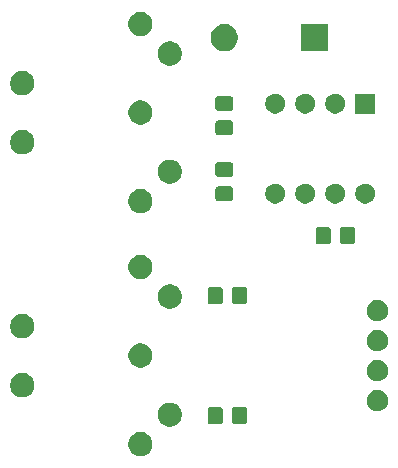
<source format=gbr>
G04 #@! TF.GenerationSoftware,KiCad,Pcbnew,5.1.5-52549c5~84~ubuntu18.04.1*
G04 #@! TF.CreationDate,2020-03-03T16:32:57-05:00*
G04 #@! TF.ProjectId,midi_io,6d696469-5f69-46f2-9e6b-696361645f70,1*
G04 #@! TF.SameCoordinates,Original*
G04 #@! TF.FileFunction,Soldermask,Top*
G04 #@! TF.FilePolarity,Negative*
%FSLAX46Y46*%
G04 Gerber Fmt 4.6, Leading zero omitted, Abs format (unit mm)*
G04 Created by KiCad (PCBNEW 5.1.5-52549c5~84~ubuntu18.04.1) date 2020-03-03 16:32:57*
%MOMM*%
%LPD*%
G04 APERTURE LIST*
%ADD10C,0.100000*%
G04 APERTURE END LIST*
D10*
G36*
X144571215Y-116876621D02*
G01*
X144757899Y-116953948D01*
X144925911Y-117066210D01*
X145068790Y-117209089D01*
X145181052Y-117377101D01*
X145258379Y-117563785D01*
X145297800Y-117761967D01*
X145297800Y-117964033D01*
X145258379Y-118162215D01*
X145181052Y-118348899D01*
X145068790Y-118516911D01*
X144925911Y-118659790D01*
X144757899Y-118772052D01*
X144571215Y-118849379D01*
X144373033Y-118888800D01*
X144170967Y-118888800D01*
X143972785Y-118849379D01*
X143786101Y-118772052D01*
X143618089Y-118659790D01*
X143475210Y-118516911D01*
X143362948Y-118348899D01*
X143285621Y-118162215D01*
X143246200Y-117964033D01*
X143246200Y-117761967D01*
X143285621Y-117563785D01*
X143362948Y-117377101D01*
X143475210Y-117209089D01*
X143618089Y-117066210D01*
X143786101Y-116953948D01*
X143972785Y-116876621D01*
X144170967Y-116837200D01*
X144373033Y-116837200D01*
X144571215Y-116876621D01*
G37*
G36*
X147071215Y-114376621D02*
G01*
X147257899Y-114453948D01*
X147425911Y-114566210D01*
X147568790Y-114709089D01*
X147681052Y-114877101D01*
X147758379Y-115063785D01*
X147797800Y-115261967D01*
X147797800Y-115464033D01*
X147758379Y-115662215D01*
X147681052Y-115848899D01*
X147568790Y-116016911D01*
X147425911Y-116159790D01*
X147257899Y-116272052D01*
X147071215Y-116349379D01*
X146873033Y-116388800D01*
X146670967Y-116388800D01*
X146472785Y-116349379D01*
X146286101Y-116272052D01*
X146118089Y-116159790D01*
X145975210Y-116016911D01*
X145862948Y-115848899D01*
X145785621Y-115662215D01*
X145746200Y-115464033D01*
X145746200Y-115261967D01*
X145785621Y-115063785D01*
X145862948Y-114877101D01*
X145975210Y-114709089D01*
X146118089Y-114566210D01*
X146286101Y-114453948D01*
X146472785Y-114376621D01*
X146670967Y-114337200D01*
X146873033Y-114337200D01*
X147071215Y-114376621D01*
G37*
G36*
X151042857Y-114697117D02*
G01*
X151088465Y-114710952D01*
X151130504Y-114733422D01*
X151167344Y-114763656D01*
X151197578Y-114800496D01*
X151220048Y-114842535D01*
X151233883Y-114888143D01*
X151238800Y-114938065D01*
X151238800Y-115947935D01*
X151233883Y-115997857D01*
X151220048Y-116043465D01*
X151197578Y-116085504D01*
X151167344Y-116122344D01*
X151130504Y-116152578D01*
X151088465Y-116175048D01*
X151042857Y-116188883D01*
X150992935Y-116193800D01*
X150233065Y-116193800D01*
X150183143Y-116188883D01*
X150137535Y-116175048D01*
X150095496Y-116152578D01*
X150058656Y-116122344D01*
X150028422Y-116085504D01*
X150005952Y-116043465D01*
X149992117Y-115997857D01*
X149987200Y-115947935D01*
X149987200Y-114938065D01*
X149992117Y-114888143D01*
X150005952Y-114842535D01*
X150028422Y-114800496D01*
X150058656Y-114763656D01*
X150095496Y-114733422D01*
X150137535Y-114710952D01*
X150183143Y-114697117D01*
X150233065Y-114692200D01*
X150992935Y-114692200D01*
X151042857Y-114697117D01*
G37*
G36*
X153092857Y-114697117D02*
G01*
X153138465Y-114710952D01*
X153180504Y-114733422D01*
X153217344Y-114763656D01*
X153247578Y-114800496D01*
X153270048Y-114842535D01*
X153283883Y-114888143D01*
X153288800Y-114938065D01*
X153288800Y-115947935D01*
X153283883Y-115997857D01*
X153270048Y-116043465D01*
X153247578Y-116085504D01*
X153217344Y-116122344D01*
X153180504Y-116152578D01*
X153138465Y-116175048D01*
X153092857Y-116188883D01*
X153042935Y-116193800D01*
X152283065Y-116193800D01*
X152233143Y-116188883D01*
X152187535Y-116175048D01*
X152145496Y-116152578D01*
X152108656Y-116122344D01*
X152078422Y-116085504D01*
X152055952Y-116043465D01*
X152042117Y-115997857D01*
X152037200Y-115947935D01*
X152037200Y-114938065D01*
X152042117Y-114888143D01*
X152055952Y-114842535D01*
X152078422Y-114800496D01*
X152108656Y-114763656D01*
X152145496Y-114733422D01*
X152187535Y-114710952D01*
X152233143Y-114697117D01*
X152283065Y-114692200D01*
X153042935Y-114692200D01*
X153092857Y-114697117D01*
G37*
G36*
X164600754Y-113306817D02*
G01*
X164764689Y-113374721D01*
X164912227Y-113473303D01*
X165037697Y-113598773D01*
X165136279Y-113746311D01*
X165204183Y-113910246D01*
X165238800Y-114084279D01*
X165238800Y-114261721D01*
X165204183Y-114435754D01*
X165136279Y-114599689D01*
X165037697Y-114747227D01*
X164912227Y-114872697D01*
X164764689Y-114971279D01*
X164600754Y-115039183D01*
X164426721Y-115073800D01*
X164249279Y-115073800D01*
X164075246Y-115039183D01*
X163911311Y-114971279D01*
X163763773Y-114872697D01*
X163638303Y-114747227D01*
X163539721Y-114599689D01*
X163471817Y-114435754D01*
X163437200Y-114261721D01*
X163437200Y-114084279D01*
X163471817Y-113910246D01*
X163539721Y-113746311D01*
X163638303Y-113598773D01*
X163763773Y-113473303D01*
X163911311Y-113374721D01*
X164075246Y-113306817D01*
X164249279Y-113272200D01*
X164426721Y-113272200D01*
X164600754Y-113306817D01*
G37*
G36*
X134571215Y-111876621D02*
G01*
X134757899Y-111953948D01*
X134925911Y-112066210D01*
X135068790Y-112209089D01*
X135181052Y-112377101D01*
X135258379Y-112563785D01*
X135297800Y-112761967D01*
X135297800Y-112964033D01*
X135258379Y-113162215D01*
X135181052Y-113348899D01*
X135068790Y-113516911D01*
X134925911Y-113659790D01*
X134757899Y-113772052D01*
X134571215Y-113849379D01*
X134373033Y-113888800D01*
X134170967Y-113888800D01*
X133972785Y-113849379D01*
X133786101Y-113772052D01*
X133618089Y-113659790D01*
X133475210Y-113516911D01*
X133362948Y-113348899D01*
X133285621Y-113162215D01*
X133246200Y-112964033D01*
X133246200Y-112761967D01*
X133285621Y-112563785D01*
X133362948Y-112377101D01*
X133475210Y-112209089D01*
X133618089Y-112066210D01*
X133786101Y-111953948D01*
X133972785Y-111876621D01*
X134170967Y-111837200D01*
X134373033Y-111837200D01*
X134571215Y-111876621D01*
G37*
G36*
X164600754Y-110766817D02*
G01*
X164764689Y-110834721D01*
X164912227Y-110933303D01*
X165037697Y-111058773D01*
X165136279Y-111206311D01*
X165204183Y-111370246D01*
X165238800Y-111544279D01*
X165238800Y-111721721D01*
X165204183Y-111895754D01*
X165136279Y-112059689D01*
X165037697Y-112207227D01*
X164912227Y-112332697D01*
X164764689Y-112431279D01*
X164600754Y-112499183D01*
X164426721Y-112533800D01*
X164249279Y-112533800D01*
X164075246Y-112499183D01*
X163911311Y-112431279D01*
X163763773Y-112332697D01*
X163638303Y-112207227D01*
X163539721Y-112059689D01*
X163471817Y-111895754D01*
X163437200Y-111721721D01*
X163437200Y-111544279D01*
X163471817Y-111370246D01*
X163539721Y-111206311D01*
X163638303Y-111058773D01*
X163763773Y-110933303D01*
X163911311Y-110834721D01*
X164075246Y-110766817D01*
X164249279Y-110732200D01*
X164426721Y-110732200D01*
X164600754Y-110766817D01*
G37*
G36*
X144571215Y-109376621D02*
G01*
X144757899Y-109453948D01*
X144925911Y-109566210D01*
X145068790Y-109709089D01*
X145181052Y-109877101D01*
X145258379Y-110063785D01*
X145297800Y-110261967D01*
X145297800Y-110464033D01*
X145258379Y-110662215D01*
X145181052Y-110848899D01*
X145068790Y-111016911D01*
X144925911Y-111159790D01*
X144757899Y-111272052D01*
X144571215Y-111349379D01*
X144373033Y-111388800D01*
X144170967Y-111388800D01*
X143972785Y-111349379D01*
X143786101Y-111272052D01*
X143618089Y-111159790D01*
X143475210Y-111016911D01*
X143362948Y-110848899D01*
X143285621Y-110662215D01*
X143246200Y-110464033D01*
X143246200Y-110261967D01*
X143285621Y-110063785D01*
X143362948Y-109877101D01*
X143475210Y-109709089D01*
X143618089Y-109566210D01*
X143786101Y-109453948D01*
X143972785Y-109376621D01*
X144170967Y-109337200D01*
X144373033Y-109337200D01*
X144571215Y-109376621D01*
G37*
G36*
X164600754Y-108226817D02*
G01*
X164764689Y-108294721D01*
X164912227Y-108393303D01*
X165037697Y-108518773D01*
X165136279Y-108666311D01*
X165204183Y-108830246D01*
X165238800Y-109004279D01*
X165238800Y-109181721D01*
X165204183Y-109355754D01*
X165136279Y-109519689D01*
X165037697Y-109667227D01*
X164912227Y-109792697D01*
X164764689Y-109891279D01*
X164600754Y-109959183D01*
X164426721Y-109993800D01*
X164249279Y-109993800D01*
X164075246Y-109959183D01*
X163911311Y-109891279D01*
X163763773Y-109792697D01*
X163638303Y-109667227D01*
X163539721Y-109519689D01*
X163471817Y-109355754D01*
X163437200Y-109181721D01*
X163437200Y-109004279D01*
X163471817Y-108830246D01*
X163539721Y-108666311D01*
X163638303Y-108518773D01*
X163763773Y-108393303D01*
X163911311Y-108294721D01*
X164075246Y-108226817D01*
X164249279Y-108192200D01*
X164426721Y-108192200D01*
X164600754Y-108226817D01*
G37*
G36*
X134571215Y-106876621D02*
G01*
X134757899Y-106953948D01*
X134925911Y-107066210D01*
X135068790Y-107209089D01*
X135181052Y-107377101D01*
X135258379Y-107563785D01*
X135297800Y-107761967D01*
X135297800Y-107964033D01*
X135258379Y-108162215D01*
X135181052Y-108348899D01*
X135068790Y-108516911D01*
X134925911Y-108659790D01*
X134757899Y-108772052D01*
X134571215Y-108849379D01*
X134373033Y-108888800D01*
X134170967Y-108888800D01*
X133972785Y-108849379D01*
X133786101Y-108772052D01*
X133618089Y-108659790D01*
X133475210Y-108516911D01*
X133362948Y-108348899D01*
X133285621Y-108162215D01*
X133246200Y-107964033D01*
X133246200Y-107761967D01*
X133285621Y-107563785D01*
X133362948Y-107377101D01*
X133475210Y-107209089D01*
X133618089Y-107066210D01*
X133786101Y-106953948D01*
X133972785Y-106876621D01*
X134170967Y-106837200D01*
X134373033Y-106837200D01*
X134571215Y-106876621D01*
G37*
G36*
X164600754Y-105686817D02*
G01*
X164764689Y-105754721D01*
X164912227Y-105853303D01*
X165037697Y-105978773D01*
X165136279Y-106126311D01*
X165204183Y-106290246D01*
X165238800Y-106464279D01*
X165238800Y-106641721D01*
X165204183Y-106815754D01*
X165136279Y-106979689D01*
X165037697Y-107127227D01*
X164912227Y-107252697D01*
X164764689Y-107351279D01*
X164600754Y-107419183D01*
X164426721Y-107453800D01*
X164249279Y-107453800D01*
X164075246Y-107419183D01*
X163911311Y-107351279D01*
X163763773Y-107252697D01*
X163638303Y-107127227D01*
X163539721Y-106979689D01*
X163471817Y-106815754D01*
X163437200Y-106641721D01*
X163437200Y-106464279D01*
X163471817Y-106290246D01*
X163539721Y-106126311D01*
X163638303Y-105978773D01*
X163763773Y-105853303D01*
X163911311Y-105754721D01*
X164075246Y-105686817D01*
X164249279Y-105652200D01*
X164426721Y-105652200D01*
X164600754Y-105686817D01*
G37*
G36*
X147071215Y-104376621D02*
G01*
X147257899Y-104453948D01*
X147425911Y-104566210D01*
X147568790Y-104709089D01*
X147681052Y-104877101D01*
X147758379Y-105063785D01*
X147797800Y-105261967D01*
X147797800Y-105464033D01*
X147758379Y-105662215D01*
X147681052Y-105848899D01*
X147568790Y-106016911D01*
X147425911Y-106159790D01*
X147257899Y-106272052D01*
X147071215Y-106349379D01*
X146873033Y-106388800D01*
X146670967Y-106388800D01*
X146472785Y-106349379D01*
X146286101Y-106272052D01*
X146118089Y-106159790D01*
X145975210Y-106016911D01*
X145862948Y-105848899D01*
X145785621Y-105662215D01*
X145746200Y-105464033D01*
X145746200Y-105261967D01*
X145785621Y-105063785D01*
X145862948Y-104877101D01*
X145975210Y-104709089D01*
X146118089Y-104566210D01*
X146286101Y-104453948D01*
X146472785Y-104376621D01*
X146670967Y-104337200D01*
X146873033Y-104337200D01*
X147071215Y-104376621D01*
G37*
G36*
X153092857Y-104537117D02*
G01*
X153138465Y-104550952D01*
X153180504Y-104573422D01*
X153217344Y-104603656D01*
X153247578Y-104640496D01*
X153270048Y-104682535D01*
X153283883Y-104728143D01*
X153288800Y-104778065D01*
X153288800Y-105787935D01*
X153283883Y-105837857D01*
X153270048Y-105883465D01*
X153247578Y-105925504D01*
X153217344Y-105962344D01*
X153180504Y-105992578D01*
X153138465Y-106015048D01*
X153092857Y-106028883D01*
X153042935Y-106033800D01*
X152283065Y-106033800D01*
X152233143Y-106028883D01*
X152187535Y-106015048D01*
X152145496Y-105992578D01*
X152108656Y-105962344D01*
X152078422Y-105925504D01*
X152055952Y-105883465D01*
X152042117Y-105837857D01*
X152037200Y-105787935D01*
X152037200Y-104778065D01*
X152042117Y-104728143D01*
X152055952Y-104682535D01*
X152078422Y-104640496D01*
X152108656Y-104603656D01*
X152145496Y-104573422D01*
X152187535Y-104550952D01*
X152233143Y-104537117D01*
X152283065Y-104532200D01*
X153042935Y-104532200D01*
X153092857Y-104537117D01*
G37*
G36*
X151042857Y-104537117D02*
G01*
X151088465Y-104550952D01*
X151130504Y-104573422D01*
X151167344Y-104603656D01*
X151197578Y-104640496D01*
X151220048Y-104682535D01*
X151233883Y-104728143D01*
X151238800Y-104778065D01*
X151238800Y-105787935D01*
X151233883Y-105837857D01*
X151220048Y-105883465D01*
X151197578Y-105925504D01*
X151167344Y-105962344D01*
X151130504Y-105992578D01*
X151088465Y-106015048D01*
X151042857Y-106028883D01*
X150992935Y-106033800D01*
X150233065Y-106033800D01*
X150183143Y-106028883D01*
X150137535Y-106015048D01*
X150095496Y-105992578D01*
X150058656Y-105962344D01*
X150028422Y-105925504D01*
X150005952Y-105883465D01*
X149992117Y-105837857D01*
X149987200Y-105787935D01*
X149987200Y-104778065D01*
X149992117Y-104728143D01*
X150005952Y-104682535D01*
X150028422Y-104640496D01*
X150058656Y-104603656D01*
X150095496Y-104573422D01*
X150137535Y-104550952D01*
X150183143Y-104537117D01*
X150233065Y-104532200D01*
X150992935Y-104532200D01*
X151042857Y-104537117D01*
G37*
G36*
X144571215Y-101876621D02*
G01*
X144757899Y-101953948D01*
X144925911Y-102066210D01*
X145068790Y-102209089D01*
X145181052Y-102377101D01*
X145258379Y-102563785D01*
X145297800Y-102761967D01*
X145297800Y-102964033D01*
X145258379Y-103162215D01*
X145181052Y-103348899D01*
X145068790Y-103516911D01*
X144925911Y-103659790D01*
X144757899Y-103772052D01*
X144571215Y-103849379D01*
X144373033Y-103888800D01*
X144170967Y-103888800D01*
X143972785Y-103849379D01*
X143786101Y-103772052D01*
X143618089Y-103659790D01*
X143475210Y-103516911D01*
X143362948Y-103348899D01*
X143285621Y-103162215D01*
X143246200Y-102964033D01*
X143246200Y-102761967D01*
X143285621Y-102563785D01*
X143362948Y-102377101D01*
X143475210Y-102209089D01*
X143618089Y-102066210D01*
X143786101Y-101953948D01*
X143972785Y-101876621D01*
X144170967Y-101837200D01*
X144373033Y-101837200D01*
X144571215Y-101876621D01*
G37*
G36*
X160186857Y-99457117D02*
G01*
X160232465Y-99470952D01*
X160274504Y-99493422D01*
X160311344Y-99523656D01*
X160341578Y-99560496D01*
X160364048Y-99602535D01*
X160377883Y-99648143D01*
X160382800Y-99698065D01*
X160382800Y-100707935D01*
X160377883Y-100757857D01*
X160364048Y-100803465D01*
X160341578Y-100845504D01*
X160311344Y-100882344D01*
X160274504Y-100912578D01*
X160232465Y-100935048D01*
X160186857Y-100948883D01*
X160136935Y-100953800D01*
X159377065Y-100953800D01*
X159327143Y-100948883D01*
X159281535Y-100935048D01*
X159239496Y-100912578D01*
X159202656Y-100882344D01*
X159172422Y-100845504D01*
X159149952Y-100803465D01*
X159136117Y-100757857D01*
X159131200Y-100707935D01*
X159131200Y-99698065D01*
X159136117Y-99648143D01*
X159149952Y-99602535D01*
X159172422Y-99560496D01*
X159202656Y-99523656D01*
X159239496Y-99493422D01*
X159281535Y-99470952D01*
X159327143Y-99457117D01*
X159377065Y-99452200D01*
X160136935Y-99452200D01*
X160186857Y-99457117D01*
G37*
G36*
X162236857Y-99457117D02*
G01*
X162282465Y-99470952D01*
X162324504Y-99493422D01*
X162361344Y-99523656D01*
X162391578Y-99560496D01*
X162414048Y-99602535D01*
X162427883Y-99648143D01*
X162432800Y-99698065D01*
X162432800Y-100707935D01*
X162427883Y-100757857D01*
X162414048Y-100803465D01*
X162391578Y-100845504D01*
X162361344Y-100882344D01*
X162324504Y-100912578D01*
X162282465Y-100935048D01*
X162236857Y-100948883D01*
X162186935Y-100953800D01*
X161427065Y-100953800D01*
X161377143Y-100948883D01*
X161331535Y-100935048D01*
X161289496Y-100912578D01*
X161252656Y-100882344D01*
X161222422Y-100845504D01*
X161199952Y-100803465D01*
X161186117Y-100757857D01*
X161181200Y-100707935D01*
X161181200Y-99698065D01*
X161186117Y-99648143D01*
X161199952Y-99602535D01*
X161222422Y-99560496D01*
X161252656Y-99523656D01*
X161289496Y-99493422D01*
X161331535Y-99470952D01*
X161377143Y-99457117D01*
X161427065Y-99452200D01*
X162186935Y-99452200D01*
X162236857Y-99457117D01*
G37*
G36*
X144571215Y-96302621D02*
G01*
X144757899Y-96379948D01*
X144925911Y-96492210D01*
X145068790Y-96635089D01*
X145181052Y-96803101D01*
X145258379Y-96989785D01*
X145297800Y-97187967D01*
X145297800Y-97390033D01*
X145258379Y-97588215D01*
X145181052Y-97774899D01*
X145068790Y-97942911D01*
X144925911Y-98085790D01*
X144757899Y-98198052D01*
X144571215Y-98275379D01*
X144373033Y-98314800D01*
X144170967Y-98314800D01*
X143972785Y-98275379D01*
X143786101Y-98198052D01*
X143618089Y-98085790D01*
X143475210Y-97942911D01*
X143362948Y-97774899D01*
X143285621Y-97588215D01*
X143246200Y-97390033D01*
X143246200Y-97187967D01*
X143285621Y-96989785D01*
X143362948Y-96803101D01*
X143475210Y-96635089D01*
X143618089Y-96492210D01*
X143786101Y-96379948D01*
X143972785Y-96302621D01*
X144170967Y-96263200D01*
X144373033Y-96263200D01*
X144571215Y-96302621D01*
G37*
G36*
X158490169Y-95828895D02*
G01*
X158645005Y-95893031D01*
X158784354Y-95986140D01*
X158902860Y-96104646D01*
X158995969Y-96243995D01*
X159060105Y-96398831D01*
X159092800Y-96563203D01*
X159092800Y-96730797D01*
X159060105Y-96895169D01*
X158995969Y-97050005D01*
X158902860Y-97189354D01*
X158784354Y-97307860D01*
X158645005Y-97400969D01*
X158490169Y-97465105D01*
X158325797Y-97497800D01*
X158158203Y-97497800D01*
X157993831Y-97465105D01*
X157838995Y-97400969D01*
X157699646Y-97307860D01*
X157581140Y-97189354D01*
X157488031Y-97050005D01*
X157423895Y-96895169D01*
X157391200Y-96730797D01*
X157391200Y-96563203D01*
X157423895Y-96398831D01*
X157488031Y-96243995D01*
X157581140Y-96104646D01*
X157699646Y-95986140D01*
X157838995Y-95893031D01*
X157993831Y-95828895D01*
X158158203Y-95796200D01*
X158325797Y-95796200D01*
X158490169Y-95828895D01*
G37*
G36*
X163570169Y-95828895D02*
G01*
X163725005Y-95893031D01*
X163864354Y-95986140D01*
X163982860Y-96104646D01*
X164075969Y-96243995D01*
X164140105Y-96398831D01*
X164172800Y-96563203D01*
X164172800Y-96730797D01*
X164140105Y-96895169D01*
X164075969Y-97050005D01*
X163982860Y-97189354D01*
X163864354Y-97307860D01*
X163725005Y-97400969D01*
X163570169Y-97465105D01*
X163405797Y-97497800D01*
X163238203Y-97497800D01*
X163073831Y-97465105D01*
X162918995Y-97400969D01*
X162779646Y-97307860D01*
X162661140Y-97189354D01*
X162568031Y-97050005D01*
X162503895Y-96895169D01*
X162471200Y-96730797D01*
X162471200Y-96563203D01*
X162503895Y-96398831D01*
X162568031Y-96243995D01*
X162661140Y-96104646D01*
X162779646Y-95986140D01*
X162918995Y-95893031D01*
X163073831Y-95828895D01*
X163238203Y-95796200D01*
X163405797Y-95796200D01*
X163570169Y-95828895D01*
G37*
G36*
X155950169Y-95828895D02*
G01*
X156105005Y-95893031D01*
X156244354Y-95986140D01*
X156362860Y-96104646D01*
X156455969Y-96243995D01*
X156520105Y-96398831D01*
X156552800Y-96563203D01*
X156552800Y-96730797D01*
X156520105Y-96895169D01*
X156455969Y-97050005D01*
X156362860Y-97189354D01*
X156244354Y-97307860D01*
X156105005Y-97400969D01*
X155950169Y-97465105D01*
X155785797Y-97497800D01*
X155618203Y-97497800D01*
X155453831Y-97465105D01*
X155298995Y-97400969D01*
X155159646Y-97307860D01*
X155041140Y-97189354D01*
X154948031Y-97050005D01*
X154883895Y-96895169D01*
X154851200Y-96730797D01*
X154851200Y-96563203D01*
X154883895Y-96398831D01*
X154948031Y-96243995D01*
X155041140Y-96104646D01*
X155159646Y-95986140D01*
X155298995Y-95893031D01*
X155453831Y-95828895D01*
X155618203Y-95796200D01*
X155785797Y-95796200D01*
X155950169Y-95828895D01*
G37*
G36*
X161030169Y-95828895D02*
G01*
X161185005Y-95893031D01*
X161324354Y-95986140D01*
X161442860Y-96104646D01*
X161535969Y-96243995D01*
X161600105Y-96398831D01*
X161632800Y-96563203D01*
X161632800Y-96730797D01*
X161600105Y-96895169D01*
X161535969Y-97050005D01*
X161442860Y-97189354D01*
X161324354Y-97307860D01*
X161185005Y-97400969D01*
X161030169Y-97465105D01*
X160865797Y-97497800D01*
X160698203Y-97497800D01*
X160533831Y-97465105D01*
X160378995Y-97400969D01*
X160239646Y-97307860D01*
X160121140Y-97189354D01*
X160028031Y-97050005D01*
X159963895Y-96895169D01*
X159931200Y-96730797D01*
X159931200Y-96563203D01*
X159963895Y-96398831D01*
X160028031Y-96243995D01*
X160121140Y-96104646D01*
X160239646Y-95986140D01*
X160378995Y-95893031D01*
X160533831Y-95828895D01*
X160698203Y-95796200D01*
X160865797Y-95796200D01*
X161030169Y-95828895D01*
G37*
G36*
X151938857Y-96035117D02*
G01*
X151984465Y-96048952D01*
X152026504Y-96071422D01*
X152063344Y-96101656D01*
X152093578Y-96138496D01*
X152116048Y-96180535D01*
X152129883Y-96226143D01*
X152134800Y-96276065D01*
X152134800Y-97035935D01*
X152129883Y-97085857D01*
X152116048Y-97131465D01*
X152093578Y-97173504D01*
X152063344Y-97210344D01*
X152026504Y-97240578D01*
X151984465Y-97263048D01*
X151938857Y-97276883D01*
X151888935Y-97281800D01*
X150879065Y-97281800D01*
X150829143Y-97276883D01*
X150783535Y-97263048D01*
X150741496Y-97240578D01*
X150704656Y-97210344D01*
X150674422Y-97173504D01*
X150651952Y-97131465D01*
X150638117Y-97085857D01*
X150633200Y-97035935D01*
X150633200Y-96276065D01*
X150638117Y-96226143D01*
X150651952Y-96180535D01*
X150674422Y-96138496D01*
X150704656Y-96101656D01*
X150741496Y-96071422D01*
X150783535Y-96048952D01*
X150829143Y-96035117D01*
X150879065Y-96030200D01*
X151888935Y-96030200D01*
X151938857Y-96035117D01*
G37*
G36*
X147071215Y-93802621D02*
G01*
X147257899Y-93879948D01*
X147425911Y-93992210D01*
X147568790Y-94135089D01*
X147681052Y-94303101D01*
X147758379Y-94489785D01*
X147797800Y-94687967D01*
X147797800Y-94890033D01*
X147758379Y-95088215D01*
X147681052Y-95274899D01*
X147568790Y-95442911D01*
X147425911Y-95585790D01*
X147257899Y-95698052D01*
X147071215Y-95775379D01*
X146873033Y-95814800D01*
X146670967Y-95814800D01*
X146472785Y-95775379D01*
X146286101Y-95698052D01*
X146118089Y-95585790D01*
X145975210Y-95442911D01*
X145862948Y-95274899D01*
X145785621Y-95088215D01*
X145746200Y-94890033D01*
X145746200Y-94687967D01*
X145785621Y-94489785D01*
X145862948Y-94303101D01*
X145975210Y-94135089D01*
X146118089Y-93992210D01*
X146286101Y-93879948D01*
X146472785Y-93802621D01*
X146670967Y-93763200D01*
X146873033Y-93763200D01*
X147071215Y-93802621D01*
G37*
G36*
X151938857Y-93985117D02*
G01*
X151984465Y-93998952D01*
X152026504Y-94021422D01*
X152063344Y-94051656D01*
X152093578Y-94088496D01*
X152116048Y-94130535D01*
X152129883Y-94176143D01*
X152134800Y-94226065D01*
X152134800Y-94985935D01*
X152129883Y-95035857D01*
X152116048Y-95081465D01*
X152093578Y-95123504D01*
X152063344Y-95160344D01*
X152026504Y-95190578D01*
X151984465Y-95213048D01*
X151938857Y-95226883D01*
X151888935Y-95231800D01*
X150879065Y-95231800D01*
X150829143Y-95226883D01*
X150783535Y-95213048D01*
X150741496Y-95190578D01*
X150704656Y-95160344D01*
X150674422Y-95123504D01*
X150651952Y-95081465D01*
X150638117Y-95035857D01*
X150633200Y-94985935D01*
X150633200Y-94226065D01*
X150638117Y-94176143D01*
X150651952Y-94130535D01*
X150674422Y-94088496D01*
X150704656Y-94051656D01*
X150741496Y-94021422D01*
X150783535Y-93998952D01*
X150829143Y-93985117D01*
X150879065Y-93980200D01*
X151888935Y-93980200D01*
X151938857Y-93985117D01*
G37*
G36*
X134571215Y-91302621D02*
G01*
X134757899Y-91379948D01*
X134925911Y-91492210D01*
X135068790Y-91635089D01*
X135181052Y-91803101D01*
X135258379Y-91989785D01*
X135297800Y-92187967D01*
X135297800Y-92390033D01*
X135258379Y-92588215D01*
X135181052Y-92774899D01*
X135068790Y-92942911D01*
X134925911Y-93085790D01*
X134757899Y-93198052D01*
X134571215Y-93275379D01*
X134373033Y-93314800D01*
X134170967Y-93314800D01*
X133972785Y-93275379D01*
X133786101Y-93198052D01*
X133618089Y-93085790D01*
X133475210Y-92942911D01*
X133362948Y-92774899D01*
X133285621Y-92588215D01*
X133246200Y-92390033D01*
X133246200Y-92187967D01*
X133285621Y-91989785D01*
X133362948Y-91803101D01*
X133475210Y-91635089D01*
X133618089Y-91492210D01*
X133786101Y-91379948D01*
X133972785Y-91302621D01*
X134170967Y-91263200D01*
X134373033Y-91263200D01*
X134571215Y-91302621D01*
G37*
G36*
X151938857Y-90447117D02*
G01*
X151984465Y-90460952D01*
X152026504Y-90483422D01*
X152063344Y-90513656D01*
X152093578Y-90550496D01*
X152116048Y-90592535D01*
X152129883Y-90638143D01*
X152134800Y-90688065D01*
X152134800Y-91447935D01*
X152129883Y-91497857D01*
X152116048Y-91543465D01*
X152093578Y-91585504D01*
X152063344Y-91622344D01*
X152026504Y-91652578D01*
X151984465Y-91675048D01*
X151938857Y-91688883D01*
X151888935Y-91693800D01*
X150879065Y-91693800D01*
X150829143Y-91688883D01*
X150783535Y-91675048D01*
X150741496Y-91652578D01*
X150704656Y-91622344D01*
X150674422Y-91585504D01*
X150651952Y-91543465D01*
X150638117Y-91497857D01*
X150633200Y-91447935D01*
X150633200Y-90688065D01*
X150638117Y-90638143D01*
X150651952Y-90592535D01*
X150674422Y-90550496D01*
X150704656Y-90513656D01*
X150741496Y-90483422D01*
X150783535Y-90460952D01*
X150829143Y-90447117D01*
X150879065Y-90442200D01*
X151888935Y-90442200D01*
X151938857Y-90447117D01*
G37*
G36*
X144571215Y-88802621D02*
G01*
X144757899Y-88879948D01*
X144925911Y-88992210D01*
X145068790Y-89135089D01*
X145181052Y-89303101D01*
X145258379Y-89489785D01*
X145297800Y-89687967D01*
X145297800Y-89890033D01*
X145258379Y-90088215D01*
X145181052Y-90274899D01*
X145068790Y-90442911D01*
X144925911Y-90585790D01*
X144757899Y-90698052D01*
X144571215Y-90775379D01*
X144373033Y-90814800D01*
X144170967Y-90814800D01*
X143972785Y-90775379D01*
X143786101Y-90698052D01*
X143618089Y-90585790D01*
X143475210Y-90442911D01*
X143362948Y-90274899D01*
X143285621Y-90088215D01*
X143246200Y-89890033D01*
X143246200Y-89687967D01*
X143285621Y-89489785D01*
X143362948Y-89303101D01*
X143475210Y-89135089D01*
X143618089Y-88992210D01*
X143786101Y-88879948D01*
X143972785Y-88802621D01*
X144170967Y-88763200D01*
X144373033Y-88763200D01*
X144571215Y-88802621D01*
G37*
G36*
X158490169Y-88208895D02*
G01*
X158645005Y-88273031D01*
X158784354Y-88366140D01*
X158902860Y-88484646D01*
X158995969Y-88623995D01*
X159060105Y-88778831D01*
X159092800Y-88943203D01*
X159092800Y-89110797D01*
X159060105Y-89275169D01*
X158995969Y-89430005D01*
X158902860Y-89569354D01*
X158784354Y-89687860D01*
X158645005Y-89780969D01*
X158490169Y-89845105D01*
X158325797Y-89877800D01*
X158158203Y-89877800D01*
X157993831Y-89845105D01*
X157838995Y-89780969D01*
X157699646Y-89687860D01*
X157581140Y-89569354D01*
X157488031Y-89430005D01*
X157423895Y-89275169D01*
X157391200Y-89110797D01*
X157391200Y-88943203D01*
X157423895Y-88778831D01*
X157488031Y-88623995D01*
X157581140Y-88484646D01*
X157699646Y-88366140D01*
X157838995Y-88273031D01*
X157993831Y-88208895D01*
X158158203Y-88176200D01*
X158325797Y-88176200D01*
X158490169Y-88208895D01*
G37*
G36*
X164172800Y-89877800D02*
G01*
X162471200Y-89877800D01*
X162471200Y-88176200D01*
X164172800Y-88176200D01*
X164172800Y-89877800D01*
G37*
G36*
X161030169Y-88208895D02*
G01*
X161185005Y-88273031D01*
X161324354Y-88366140D01*
X161442860Y-88484646D01*
X161535969Y-88623995D01*
X161600105Y-88778831D01*
X161632800Y-88943203D01*
X161632800Y-89110797D01*
X161600105Y-89275169D01*
X161535969Y-89430005D01*
X161442860Y-89569354D01*
X161324354Y-89687860D01*
X161185005Y-89780969D01*
X161030169Y-89845105D01*
X160865797Y-89877800D01*
X160698203Y-89877800D01*
X160533831Y-89845105D01*
X160378995Y-89780969D01*
X160239646Y-89687860D01*
X160121140Y-89569354D01*
X160028031Y-89430005D01*
X159963895Y-89275169D01*
X159931200Y-89110797D01*
X159931200Y-88943203D01*
X159963895Y-88778831D01*
X160028031Y-88623995D01*
X160121140Y-88484646D01*
X160239646Y-88366140D01*
X160378995Y-88273031D01*
X160533831Y-88208895D01*
X160698203Y-88176200D01*
X160865797Y-88176200D01*
X161030169Y-88208895D01*
G37*
G36*
X155950169Y-88208895D02*
G01*
X156105005Y-88273031D01*
X156244354Y-88366140D01*
X156362860Y-88484646D01*
X156455969Y-88623995D01*
X156520105Y-88778831D01*
X156552800Y-88943203D01*
X156552800Y-89110797D01*
X156520105Y-89275169D01*
X156455969Y-89430005D01*
X156362860Y-89569354D01*
X156244354Y-89687860D01*
X156105005Y-89780969D01*
X155950169Y-89845105D01*
X155785797Y-89877800D01*
X155618203Y-89877800D01*
X155453831Y-89845105D01*
X155298995Y-89780969D01*
X155159646Y-89687860D01*
X155041140Y-89569354D01*
X154948031Y-89430005D01*
X154883895Y-89275169D01*
X154851200Y-89110797D01*
X154851200Y-88943203D01*
X154883895Y-88778831D01*
X154948031Y-88623995D01*
X155041140Y-88484646D01*
X155159646Y-88366140D01*
X155298995Y-88273031D01*
X155453831Y-88208895D01*
X155618203Y-88176200D01*
X155785797Y-88176200D01*
X155950169Y-88208895D01*
G37*
G36*
X151938857Y-88397117D02*
G01*
X151984465Y-88410952D01*
X152026504Y-88433422D01*
X152063344Y-88463656D01*
X152093578Y-88500496D01*
X152116048Y-88542535D01*
X152129883Y-88588143D01*
X152134800Y-88638065D01*
X152134800Y-89397935D01*
X152129883Y-89447857D01*
X152116048Y-89493465D01*
X152093578Y-89535504D01*
X152063344Y-89572344D01*
X152026504Y-89602578D01*
X151984465Y-89625048D01*
X151938857Y-89638883D01*
X151888935Y-89643800D01*
X150879065Y-89643800D01*
X150829143Y-89638883D01*
X150783535Y-89625048D01*
X150741496Y-89602578D01*
X150704656Y-89572344D01*
X150674422Y-89535504D01*
X150651952Y-89493465D01*
X150638117Y-89447857D01*
X150633200Y-89397935D01*
X150633200Y-88638065D01*
X150638117Y-88588143D01*
X150651952Y-88542535D01*
X150674422Y-88500496D01*
X150704656Y-88463656D01*
X150741496Y-88433422D01*
X150783535Y-88410952D01*
X150829143Y-88397117D01*
X150879065Y-88392200D01*
X151888935Y-88392200D01*
X151938857Y-88397117D01*
G37*
G36*
X134571215Y-86302621D02*
G01*
X134757899Y-86379948D01*
X134925911Y-86492210D01*
X135068790Y-86635089D01*
X135181052Y-86803101D01*
X135258379Y-86989785D01*
X135297800Y-87187967D01*
X135297800Y-87390033D01*
X135258379Y-87588215D01*
X135181052Y-87774899D01*
X135068790Y-87942911D01*
X134925911Y-88085790D01*
X134757899Y-88198052D01*
X134571215Y-88275379D01*
X134373033Y-88314800D01*
X134170967Y-88314800D01*
X133972785Y-88275379D01*
X133786101Y-88198052D01*
X133618089Y-88085790D01*
X133475210Y-87942911D01*
X133362948Y-87774899D01*
X133285621Y-87588215D01*
X133246200Y-87390033D01*
X133246200Y-87187967D01*
X133285621Y-86989785D01*
X133362948Y-86803101D01*
X133475210Y-86635089D01*
X133618089Y-86492210D01*
X133786101Y-86379948D01*
X133972785Y-86302621D01*
X134170967Y-86263200D01*
X134373033Y-86263200D01*
X134571215Y-86302621D01*
G37*
G36*
X147071215Y-83802621D02*
G01*
X147257899Y-83879948D01*
X147425911Y-83992210D01*
X147568790Y-84135089D01*
X147681052Y-84303101D01*
X147758379Y-84489785D01*
X147797800Y-84687967D01*
X147797800Y-84890033D01*
X147758379Y-85088215D01*
X147681052Y-85274899D01*
X147568790Y-85442911D01*
X147425911Y-85585790D01*
X147257899Y-85698052D01*
X147071215Y-85775379D01*
X146873033Y-85814800D01*
X146670967Y-85814800D01*
X146472785Y-85775379D01*
X146286101Y-85698052D01*
X146118089Y-85585790D01*
X145975210Y-85442911D01*
X145862948Y-85274899D01*
X145785621Y-85088215D01*
X145746200Y-84890033D01*
X145746200Y-84687967D01*
X145785621Y-84489785D01*
X145862948Y-84303101D01*
X145975210Y-84135089D01*
X146118089Y-83992210D01*
X146286101Y-83879948D01*
X146472785Y-83802621D01*
X146670967Y-83763200D01*
X146873033Y-83763200D01*
X147071215Y-83802621D01*
G37*
G36*
X151719676Y-82332425D02*
G01*
X151929109Y-82419174D01*
X152117594Y-82545116D01*
X152277884Y-82705406D01*
X152403826Y-82893891D01*
X152490575Y-83103324D01*
X152534800Y-83325656D01*
X152534800Y-83552344D01*
X152490575Y-83774676D01*
X152403826Y-83984109D01*
X152277884Y-84172594D01*
X152117594Y-84332884D01*
X151929109Y-84458826D01*
X151719676Y-84545575D01*
X151497344Y-84589800D01*
X151270656Y-84589800D01*
X151048324Y-84545575D01*
X150838891Y-84458826D01*
X150650406Y-84332884D01*
X150490116Y-84172594D01*
X150364174Y-83984109D01*
X150277425Y-83774676D01*
X150233200Y-83552344D01*
X150233200Y-83325656D01*
X150277425Y-83103324D01*
X150364174Y-82893891D01*
X150490116Y-82705406D01*
X150650406Y-82545116D01*
X150838891Y-82419174D01*
X151048324Y-82332425D01*
X151270656Y-82288200D01*
X151497344Y-82288200D01*
X151719676Y-82332425D01*
G37*
G36*
X160154800Y-84589800D02*
G01*
X157853200Y-84589800D01*
X157853200Y-82288200D01*
X160154800Y-82288200D01*
X160154800Y-84589800D01*
G37*
G36*
X144571215Y-81302621D02*
G01*
X144757899Y-81379948D01*
X144925911Y-81492210D01*
X145068790Y-81635089D01*
X145181052Y-81803101D01*
X145258379Y-81989785D01*
X145297800Y-82187967D01*
X145297800Y-82390033D01*
X145258379Y-82588215D01*
X145181052Y-82774899D01*
X145068790Y-82942911D01*
X144925911Y-83085790D01*
X144757899Y-83198052D01*
X144571215Y-83275379D01*
X144373033Y-83314800D01*
X144170967Y-83314800D01*
X143972785Y-83275379D01*
X143786101Y-83198052D01*
X143618089Y-83085790D01*
X143475210Y-82942911D01*
X143362948Y-82774899D01*
X143285621Y-82588215D01*
X143246200Y-82390033D01*
X143246200Y-82187967D01*
X143285621Y-81989785D01*
X143362948Y-81803101D01*
X143475210Y-81635089D01*
X143618089Y-81492210D01*
X143786101Y-81379948D01*
X143972785Y-81302621D01*
X144170967Y-81263200D01*
X144373033Y-81263200D01*
X144571215Y-81302621D01*
G37*
M02*

</source>
